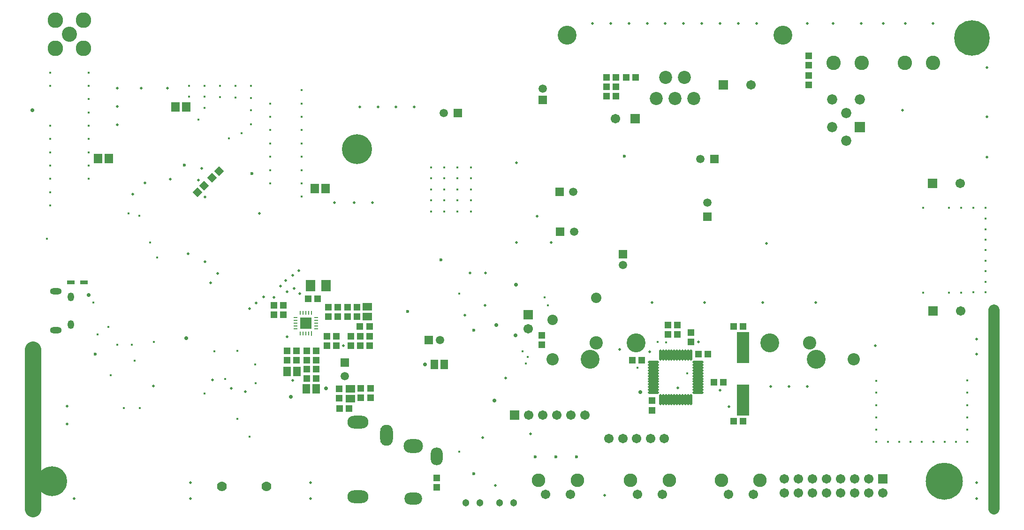
<source format=gbs>
G04*
G04 #@! TF.GenerationSoftware,Altium Limited,Altium Designer,19.1.8 (144)*
G04*
G04 Layer_Color=16711935*
%FSLAX24Y24*%
%MOIN*%
G70*
G01*
G75*
%ADD23C,0.1181*%
%ADD24C,0.0787*%
%ADD25R,0.0513X0.0474*%
%ADD31R,0.0474X0.0513*%
%ADD32C,0.0867*%
%ADD33C,0.0671*%
%ADD62R,0.0659X0.0529*%
%ADD64R,0.0592X0.0671*%
%ADD67R,0.0529X0.0659*%
G04:AMPARAMS|DCode=89|XSize=47.4mil|YSize=51.3mil|CornerRadius=0mil|HoleSize=0mil|Usage=FLASHONLY|Rotation=315.000|XOffset=0mil|YOffset=0mil|HoleType=Round|Shape=Rectangle|*
%AMROTATEDRECTD89*
4,1,4,-0.0349,-0.0014,0.0014,0.0349,0.0349,0.0014,-0.0014,-0.0349,-0.0349,-0.0014,0.0*
%
%ADD89ROTATEDRECTD89*%

%ADD90C,0.0513*%
%ADD91C,0.2127*%
%ADD92C,0.2521*%
%ADD93R,0.0592X0.0592*%
%ADD94C,0.0592*%
%ADD95R,0.0592X0.0592*%
%ADD96O,0.0449X0.0626*%
%ADD97O,0.0828X0.0454*%
%ADD98C,0.0700*%
%ADD99C,0.1104*%
%ADD100C,0.1074*%
%ADD101R,0.0671X0.0671*%
%ADD103R,0.0671X0.0671*%
%ADD104C,0.1340*%
%ADD105C,0.0930*%
%ADD106O,0.1497X0.0907*%
%ADD107O,0.0907X0.1497*%
%ADD108O,0.0867X0.1261*%
%ADD109O,0.1379X0.0986*%
%ADD110O,0.1261X0.0867*%
%ADD111C,0.0966*%
%ADD112C,0.2639*%
%ADD113C,0.0728*%
%ADD114R,0.0728X0.0728*%
%ADD115C,0.1025*%
%ADD116C,0.0737*%
%ADD117C,0.0946*%
%ADD118C,0.0157*%
%ADD119C,0.0197*%
%ADD120C,0.0276*%
%ADD121C,0.0236*%
%ADD222R,0.0827X0.0827*%
%ADD223O,0.0319X0.0094*%
%ADD224O,0.0094X0.0319*%
%ADD225R,0.0094X0.0319*%
%ADD232O,0.0198X0.0789*%
%ADD233O,0.0789X0.0198*%
%ADD234R,0.0867X0.2245*%
%ADD235R,0.0517X0.0285*%
%ADD236R,0.0710X0.0789*%
D23*
X20276Y19685D02*
Y31014D01*
D24*
X88583Y19685D02*
X88593Y33839D01*
D25*
X40522Y34646D02*
D03*
X39852D02*
D03*
X39035Y30945D02*
D03*
X38366D02*
D03*
X39744Y30276D02*
D03*
X40413D02*
D03*
X39744Y29616D02*
D03*
X40413D02*
D03*
X66083Y32087D02*
D03*
X65413D02*
D03*
Y32756D02*
D03*
X66083D02*
D03*
X63543Y30266D02*
D03*
X62874D02*
D03*
X67598Y30689D02*
D03*
X68268D02*
D03*
X68691Y28691D02*
D03*
X69360D02*
D03*
X70098Y25935D02*
D03*
X70768D02*
D03*
X70098Y32648D02*
D03*
X70768D02*
D03*
X63110Y50354D02*
D03*
X62441D02*
D03*
X61063D02*
D03*
X61732D02*
D03*
Y49685D02*
D03*
X61063D02*
D03*
X61063Y49016D02*
D03*
X61732D02*
D03*
X40413Y28976D02*
D03*
X39744D02*
D03*
X40413Y30945D02*
D03*
X39744D02*
D03*
X38366Y30276D02*
D03*
X39035D02*
D03*
X37421Y34173D02*
D03*
X38091D02*
D03*
X43533Y32667D02*
D03*
X44203D02*
D03*
X42087Y26821D02*
D03*
X42756D02*
D03*
X37421Y33504D02*
D03*
X38091D02*
D03*
D31*
X48976Y21240D02*
D03*
Y21909D02*
D03*
X41969Y33366D02*
D03*
Y34035D02*
D03*
X42638Y33366D02*
D03*
Y34035D02*
D03*
X41850Y31309D02*
D03*
Y31978D02*
D03*
X67057Y31565D02*
D03*
Y32234D02*
D03*
X64291Y27382D02*
D03*
Y26713D02*
D03*
X44272Y28258D02*
D03*
Y27589D02*
D03*
X43602Y27589D02*
D03*
Y28258D02*
D03*
X42067Y28219D02*
D03*
Y27549D02*
D03*
X41299Y34035D02*
D03*
Y33366D02*
D03*
X43307Y34035D02*
D03*
Y33366D02*
D03*
X41181Y31978D02*
D03*
Y31309D02*
D03*
X42874Y31978D02*
D03*
Y31309D02*
D03*
X43553Y31969D02*
D03*
Y31299D02*
D03*
X75404Y50502D02*
D03*
Y49833D02*
D03*
X44222Y31299D02*
D03*
Y31969D02*
D03*
X75404Y51220D02*
D03*
Y51890D02*
D03*
X56457Y31368D02*
D03*
Y32037D02*
D03*
D32*
X57205Y30335D02*
D03*
X78622D02*
D03*
D33*
X55472Y32482D02*
D03*
X61693Y47431D02*
D03*
X57504Y26368D02*
D03*
X56504D02*
D03*
X55504D02*
D03*
X58504D02*
D03*
X59504D02*
D03*
X65157Y24695D02*
D03*
X64173D02*
D03*
X63189D02*
D03*
X62205D02*
D03*
X61220D02*
D03*
X58484Y20738D02*
D03*
X56713D02*
D03*
X65020D02*
D03*
X63248D02*
D03*
X71476D02*
D03*
X69705D02*
D03*
X73685Y20827D02*
D03*
Y21827D02*
D03*
X74685Y20827D02*
D03*
Y21827D02*
D03*
X75685Y20827D02*
D03*
Y21827D02*
D03*
X76685Y20827D02*
D03*
Y21827D02*
D03*
X77685Y20827D02*
D03*
Y21827D02*
D03*
X78685Y20827D02*
D03*
Y21827D02*
D03*
X79685Y20827D02*
D03*
Y21827D02*
D03*
X80685Y20827D02*
D03*
X71319Y49843D02*
D03*
X86220Y33750D02*
D03*
X86201Y42844D02*
D03*
D62*
X44055Y33350D02*
D03*
Y34051D02*
D03*
X42854Y28234D02*
D03*
Y27533D02*
D03*
D64*
X25679Y44587D02*
D03*
X24931D02*
D03*
X30423Y48248D02*
D03*
X31171D02*
D03*
X41083Y42480D02*
D03*
X40335D02*
D03*
D67*
X39051Y29449D02*
D03*
X38350D02*
D03*
X39728Y28228D02*
D03*
X40429D02*
D03*
X48833Y29980D02*
D03*
X49533D02*
D03*
D89*
X33504Y43701D02*
D03*
X33031Y43228D02*
D03*
X32461Y42668D02*
D03*
X31988Y42194D02*
D03*
D90*
X53457Y20128D02*
D03*
X54457D02*
D03*
X52055D02*
D03*
X51055D02*
D03*
D91*
X21654Y21654D02*
D03*
X43307Y45276D02*
D03*
D92*
X87008Y53150D02*
D03*
D93*
X48415Y31703D02*
D03*
X68720Y44557D02*
D03*
X57707Y42215D02*
D03*
X57756Y39409D02*
D03*
X50472Y47815D02*
D03*
D94*
X49203Y31703D02*
D03*
X42441Y29124D02*
D03*
X62205Y37018D02*
D03*
X68218Y41457D02*
D03*
X67736Y44557D02*
D03*
X58691Y42215D02*
D03*
X56506Y49567D02*
D03*
X58740Y39409D02*
D03*
X49488Y47815D02*
D03*
D95*
X42441Y30108D02*
D03*
X62205Y37805D02*
D03*
X68218Y40472D02*
D03*
X56506Y48780D02*
D03*
D96*
X22992Y34754D02*
D03*
Y32785D02*
D03*
D97*
X21929Y35148D02*
D03*
Y32392D02*
D03*
D98*
X33721Y21299D02*
D03*
X36870D02*
D03*
D99*
X21894Y52425D02*
D03*
X23894D02*
D03*
Y54425D02*
D03*
X21894D02*
D03*
D100*
X22894Y53425D02*
D03*
D101*
X55472Y33482D02*
D03*
D103*
X63071Y47431D02*
D03*
X54504Y26368D02*
D03*
X80685Y21827D02*
D03*
X69350Y49843D02*
D03*
X84252Y33750D02*
D03*
X84232Y42844D02*
D03*
D104*
X73602Y53354D02*
D03*
X58248D02*
D03*
X72663Y31496D02*
D03*
X63163D02*
D03*
X59872Y30335D02*
D03*
X75955D02*
D03*
D105*
X67264Y48864D02*
D03*
X66594Y50364D02*
D03*
X65925Y48864D02*
D03*
X65256Y50364D02*
D03*
X64587Y48864D02*
D03*
D106*
X43386Y20561D02*
D03*
Y25856D02*
D03*
D107*
X45433Y24931D02*
D03*
D108*
X48976Y23415D02*
D03*
D109*
X47323Y24163D02*
D03*
D110*
Y20443D02*
D03*
D111*
X58976Y21722D02*
D03*
X56220D02*
D03*
X65512D02*
D03*
X62756D02*
D03*
X71969D02*
D03*
X69213D02*
D03*
D112*
X85039Y21654D02*
D03*
D113*
X77096Y48809D02*
D03*
Y46841D02*
D03*
X79065Y48809D02*
D03*
X78081Y45856D02*
D03*
Y47825D02*
D03*
D114*
X79065Y46841D02*
D03*
D115*
X84268Y51388D02*
D03*
X82268D02*
D03*
X79189D02*
D03*
X77189D02*
D03*
D116*
X60327Y34697D02*
D03*
X57205Y33130D02*
D03*
D117*
X75500Y31496D02*
D03*
X60327D02*
D03*
D118*
X48573Y40827D02*
D03*
Y41614D02*
D03*
Y42402D02*
D03*
Y43189D02*
D03*
Y43976D02*
D03*
X49518Y40827D02*
D03*
Y41614D02*
D03*
Y42402D02*
D03*
Y43189D02*
D03*
Y43976D02*
D03*
X50463Y40827D02*
D03*
Y41614D02*
D03*
Y42402D02*
D03*
Y43189D02*
D03*
Y43976D02*
D03*
X51407D02*
D03*
Y43189D02*
D03*
Y42402D02*
D03*
Y41614D02*
D03*
Y40827D02*
D03*
X86693Y28839D02*
D03*
Y27953D02*
D03*
Y27067D02*
D03*
Y26201D02*
D03*
Y25335D02*
D03*
Y24469D02*
D03*
X85886D02*
D03*
X85079D02*
D03*
X84272D02*
D03*
X83465D02*
D03*
X82657D02*
D03*
X81850D02*
D03*
X81043Y24469D02*
D03*
X80236Y24469D02*
D03*
Y25335D02*
D03*
Y26201D02*
D03*
Y27067D02*
D03*
Y27953D02*
D03*
Y28799D02*
D03*
X87126Y41093D02*
D03*
X86260D02*
D03*
X85394D02*
D03*
X83543D02*
D03*
Y35049D02*
D03*
X85394Y35059D02*
D03*
X86260Y35069D02*
D03*
X87126Y35089D02*
D03*
X87992D02*
D03*
Y35837D02*
D03*
Y36585D02*
D03*
Y37333D02*
D03*
Y38081D02*
D03*
Y38829D02*
D03*
Y39577D02*
D03*
Y40325D02*
D03*
Y41093D02*
D03*
X34695Y48924D02*
D03*
X35797Y48883D02*
D03*
X32047Y47352D02*
D03*
X35128Y46393D02*
D03*
X35797Y48022D02*
D03*
X35797Y49774D02*
D03*
X34695D02*
D03*
X33593D02*
D03*
X31388D02*
D03*
X32490Y48199D02*
D03*
Y49774D02*
D03*
X31388Y48986D02*
D03*
X39400Y49449D02*
D03*
Y48504D02*
D03*
Y41890D02*
D03*
X37156Y48504D02*
D03*
Y47559D02*
D03*
Y46614D02*
D03*
X37156Y42835D02*
D03*
X24262Y50709D02*
D03*
X21516Y41260D02*
D03*
X24262Y43150D02*
D03*
Y44094D02*
D03*
X21516Y42205D02*
D03*
Y43150D02*
D03*
X21270Y38907D02*
D03*
X39400Y46614D02*
D03*
Y47559D02*
D03*
Y42835D02*
D03*
Y43780D02*
D03*
Y45669D02*
D03*
Y44724D02*
D03*
X33593Y48950D02*
D03*
X32490Y48986D02*
D03*
X35797Y47037D02*
D03*
X34232Y46014D02*
D03*
X24577Y34360D02*
D03*
X27323Y31348D02*
D03*
X25807Y29203D02*
D03*
X29132Y37550D02*
D03*
X28611Y38633D02*
D03*
X24892Y32087D02*
D03*
X27884Y26850D02*
D03*
X26742Y26860D02*
D03*
X26270Y31348D02*
D03*
X27510Y30236D02*
D03*
X34833Y30925D02*
D03*
X34823Y26112D02*
D03*
X36122Y28642D02*
D03*
X33957Y28917D02*
D03*
X21516Y49764D02*
D03*
Y50709D02*
D03*
X24262Y49764D02*
D03*
Y48819D02*
D03*
Y45039D02*
D03*
X21516Y44094D02*
D03*
Y46929D02*
D03*
X24262Y47874D02*
D03*
Y46929D02*
D03*
Y45984D02*
D03*
X28897Y31566D02*
D03*
X66772Y29331D02*
D03*
X37156Y45669D02*
D03*
Y44724D02*
D03*
Y43780D02*
D03*
X56663Y34744D02*
D03*
X56900Y34163D02*
D03*
X33199Y30906D02*
D03*
X36102Y29970D02*
D03*
X50581Y23760D02*
D03*
X50591Y35010D02*
D03*
X21516Y45984D02*
D03*
Y45039D02*
D03*
X25669Y32618D02*
D03*
X65276Y31535D02*
D03*
X64685Y31575D02*
D03*
X63268Y29724D02*
D03*
X55315Y30020D02*
D03*
X55443Y30482D02*
D03*
X55098Y30906D02*
D03*
X27837Y40542D02*
D03*
X27101Y40700D02*
D03*
X35689Y24823D02*
D03*
X32480Y27913D02*
D03*
D119*
X82293Y54183D02*
D03*
X71732D02*
D03*
X70433D02*
D03*
X69134D02*
D03*
X26280Y47008D02*
D03*
Y48307D02*
D03*
Y49606D02*
D03*
X27972D02*
D03*
X29862D02*
D03*
X75335Y28406D02*
D03*
X72736D02*
D03*
X74035D02*
D03*
X68022Y34380D02*
D03*
X64291D02*
D03*
X82077Y48022D02*
D03*
X88081Y44705D02*
D03*
Y47559D02*
D03*
Y51063D02*
D03*
X84242Y54183D02*
D03*
X80719D02*
D03*
X79163D02*
D03*
X77156D02*
D03*
X75325D02*
D03*
X67835D02*
D03*
X66535D02*
D03*
X65236D02*
D03*
X63937D02*
D03*
X62638D02*
D03*
X61339D02*
D03*
X60039D02*
D03*
X47402Y48258D02*
D03*
X44409Y41476D02*
D03*
X43110D02*
D03*
X41732D02*
D03*
X46102Y48258D02*
D03*
X44803D02*
D03*
X43504D02*
D03*
X87352Y20443D02*
D03*
Y21575D02*
D03*
X20285Y20443D02*
D03*
Y23091D02*
D03*
X72421Y38573D02*
D03*
X72156Y34380D02*
D03*
X75925D02*
D03*
X80157Y31309D02*
D03*
X87352Y30709D02*
D03*
Y31752D02*
D03*
X60915Y20679D02*
D03*
X40010Y20443D02*
D03*
X31496D02*
D03*
Y21575D02*
D03*
X23219Y20443D02*
D03*
X20276Y25453D02*
D03*
Y26634D02*
D03*
Y27815D02*
D03*
Y28996D02*
D03*
Y30177D02*
D03*
X54656Y44282D02*
D03*
X20276Y24272D02*
D03*
X57136Y38632D02*
D03*
X38337Y35118D02*
D03*
X38848Y35354D02*
D03*
X39262Y35000D02*
D03*
X37874Y35522D02*
D03*
X38268Y35945D02*
D03*
X38750Y36309D02*
D03*
X39183Y36634D02*
D03*
X35384Y28022D02*
D03*
X28868Y28425D02*
D03*
X56112Y40512D02*
D03*
X30059Y43130D02*
D03*
X32510Y37254D02*
D03*
X35699Y33917D02*
D03*
X36142Y34331D02*
D03*
X36673Y34764D02*
D03*
X33435Y36437D02*
D03*
X32904Y35748D02*
D03*
X31329Y37844D02*
D03*
X32520Y41861D02*
D03*
X40010Y21575D02*
D03*
X38740Y28829D02*
D03*
X38337Y31919D02*
D03*
X37421Y34715D02*
D03*
X32294Y43891D02*
D03*
X32038Y43054D02*
D03*
X52421Y34173D02*
D03*
X50984Y33474D02*
D03*
X51358Y36467D02*
D03*
X52461D02*
D03*
X55650Y25039D02*
D03*
X61978Y31033D02*
D03*
X66122Y28307D02*
D03*
X69754Y26949D02*
D03*
X33061Y28878D02*
D03*
X34390Y28278D02*
D03*
X36378Y40699D02*
D03*
X22713Y25723D02*
D03*
Y26982D02*
D03*
X52254Y24754D02*
D03*
X53140Y21358D02*
D03*
X53888Y28996D02*
D03*
X42362Y31309D02*
D03*
X67598Y31575D02*
D03*
X64134Y30866D02*
D03*
X69104Y28140D02*
D03*
X54646Y38622D02*
D03*
X27391Y42078D02*
D03*
X28257Y42879D02*
D03*
D120*
X31191Y31821D02*
D03*
X20246Y48022D02*
D03*
X24237Y34892D02*
D03*
X53086Y27411D02*
D03*
X41112Y28248D02*
D03*
X38612Y27677D02*
D03*
X54587Y32028D02*
D03*
X54626Y35640D02*
D03*
X53228Y32776D02*
D03*
X63465Y27992D02*
D03*
X48150Y29980D02*
D03*
D121*
X35851Y43519D02*
D03*
X24724Y30709D02*
D03*
X49282Y37382D02*
D03*
X46909Y33720D02*
D03*
X51624Y22185D02*
D03*
X57451Y23386D02*
D03*
X55994D02*
D03*
X58907D02*
D03*
X62333Y44774D02*
D03*
X51634Y32382D02*
D03*
X31052Y44125D02*
D03*
D222*
X39693Y32902D02*
D03*
D223*
X40422Y32508D02*
D03*
Y32705D02*
D03*
Y32902D02*
D03*
Y33098D02*
D03*
Y33295D02*
D03*
X38964D02*
D03*
Y33098D02*
D03*
Y32902D02*
D03*
Y32705D02*
D03*
Y32508D02*
D03*
D224*
X40087Y33630D02*
D03*
X39890D02*
D03*
X39693D02*
D03*
X39496D02*
D03*
X39299D02*
D03*
Y32173D02*
D03*
X39496D02*
D03*
X39693D02*
D03*
X39890D02*
D03*
D225*
X40087D02*
D03*
D232*
X67047Y30640D02*
D03*
X66850D02*
D03*
X66654D02*
D03*
X66457D02*
D03*
X66260D02*
D03*
X66063D02*
D03*
X65866D02*
D03*
X65669D02*
D03*
X65472D02*
D03*
X65276D02*
D03*
X65079D02*
D03*
X64882D02*
D03*
Y27451D02*
D03*
X65079D02*
D03*
X65276D02*
D03*
X65472D02*
D03*
X65669D02*
D03*
X65866D02*
D03*
X66063D02*
D03*
X66260D02*
D03*
X66457D02*
D03*
X66654D02*
D03*
X66850D02*
D03*
X67047D02*
D03*
D233*
X64370Y30128D02*
D03*
Y29931D02*
D03*
Y29734D02*
D03*
Y29537D02*
D03*
Y29340D02*
D03*
Y29144D02*
D03*
Y28947D02*
D03*
Y28750D02*
D03*
Y28553D02*
D03*
Y28356D02*
D03*
Y28159D02*
D03*
Y27963D02*
D03*
X67559D02*
D03*
Y28159D02*
D03*
Y28356D02*
D03*
Y28553D02*
D03*
Y28750D02*
D03*
Y28947D02*
D03*
Y29144D02*
D03*
Y29340D02*
D03*
Y29537D02*
D03*
Y29734D02*
D03*
Y29931D02*
D03*
Y30128D02*
D03*
D234*
X70768Y27421D02*
D03*
Y31161D02*
D03*
D235*
X22996Y35807D02*
D03*
X23913D02*
D03*
D236*
X41132Y35561D02*
D03*
X40030D02*
D03*
M02*

</source>
